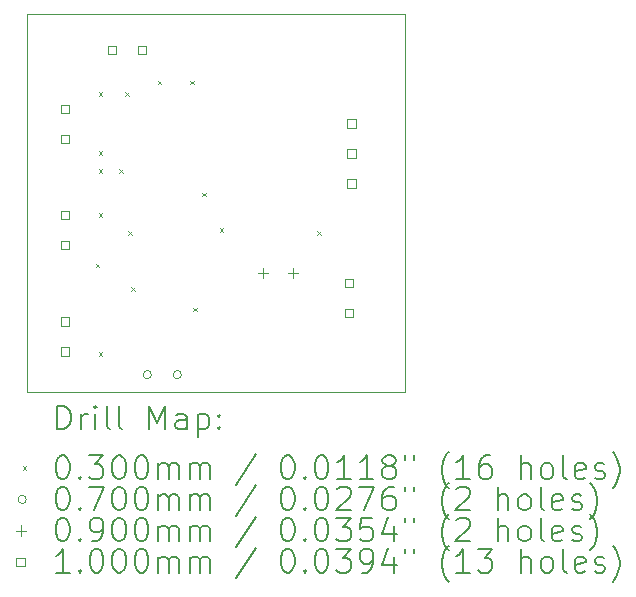
<source format=gbr>
%TF.GenerationSoftware,KiCad,Pcbnew,8.0.2-8.0.2-0~ubuntu22.04.1*%
%TF.CreationDate,2024-05-29T00:58:49-04:00*%
%TF.ProjectId,candel24h_v1,63616e64-656c-4323-9468-5f76312e6b69,rev?*%
%TF.SameCoordinates,Original*%
%TF.FileFunction,Drillmap*%
%TF.FilePolarity,Positive*%
%FSLAX45Y45*%
G04 Gerber Fmt 4.5, Leading zero omitted, Abs format (unit mm)*
G04 Created by KiCad (PCBNEW 8.0.2-8.0.2-0~ubuntu22.04.1) date 2024-05-29 00:58:49*
%MOMM*%
%LPD*%
G01*
G04 APERTURE LIST*
%ADD10C,0.050000*%
%ADD11C,0.200000*%
%ADD12C,0.100000*%
G04 APERTURE END LIST*
D10*
X12225000Y-5200000D02*
X15425000Y-5200000D01*
X15425000Y-8400000D01*
X12225000Y-8400000D01*
X12225000Y-5200000D01*
D11*
D12*
X12810000Y-7310000D02*
X12840000Y-7340000D01*
X12840000Y-7310000D02*
X12810000Y-7340000D01*
X12835000Y-5860000D02*
X12865000Y-5890000D01*
X12865000Y-5860000D02*
X12835000Y-5890000D01*
X12835000Y-6360000D02*
X12865000Y-6390000D01*
X12865000Y-6360000D02*
X12835000Y-6390000D01*
X12835000Y-6510000D02*
X12865000Y-6540000D01*
X12865000Y-6510000D02*
X12835000Y-6540000D01*
X12835000Y-6885000D02*
X12865000Y-6915000D01*
X12865000Y-6885000D02*
X12835000Y-6915000D01*
X12835000Y-8060000D02*
X12865000Y-8090000D01*
X12865000Y-8060000D02*
X12835000Y-8090000D01*
X13010000Y-6510000D02*
X13040000Y-6540000D01*
X13040000Y-6510000D02*
X13010000Y-6540000D01*
X13060000Y-5860000D02*
X13090000Y-5890000D01*
X13090000Y-5860000D02*
X13060000Y-5890000D01*
X13085000Y-7035000D02*
X13115000Y-7065000D01*
X13115000Y-7035000D02*
X13085000Y-7065000D01*
X13110000Y-7510000D02*
X13140000Y-7540000D01*
X13140000Y-7510000D02*
X13110000Y-7540000D01*
X13335000Y-5760000D02*
X13365000Y-5790000D01*
X13365000Y-5760000D02*
X13335000Y-5790000D01*
X13610000Y-5760000D02*
X13640000Y-5790000D01*
X13640000Y-5760000D02*
X13610000Y-5790000D01*
X13635000Y-7685000D02*
X13665000Y-7715000D01*
X13665000Y-7685000D02*
X13635000Y-7715000D01*
X13710000Y-6710000D02*
X13740000Y-6740000D01*
X13740000Y-6710000D02*
X13710000Y-6740000D01*
X13860000Y-7010000D02*
X13890000Y-7040000D01*
X13890000Y-7010000D02*
X13860000Y-7040000D01*
X14685000Y-7035000D02*
X14715000Y-7065000D01*
X14715000Y-7035000D02*
X14685000Y-7065000D01*
X13281000Y-8250000D02*
G75*
G02*
X13211000Y-8250000I-35000J0D01*
G01*
X13211000Y-8250000D02*
G75*
G02*
X13281000Y-8250000I35000J0D01*
G01*
X13535000Y-8250000D02*
G75*
G02*
X13465000Y-8250000I-35000J0D01*
G01*
X13465000Y-8250000D02*
G75*
G02*
X13535000Y-8250000I35000J0D01*
G01*
X14225000Y-7345000D02*
X14225000Y-7435000D01*
X14180000Y-7390000D02*
X14270000Y-7390000D01*
X14479000Y-7345000D02*
X14479000Y-7435000D01*
X14434000Y-7390000D02*
X14524000Y-7390000D01*
X12585356Y-6035356D02*
X12585356Y-5964644D01*
X12514644Y-5964644D01*
X12514644Y-6035356D01*
X12585356Y-6035356D01*
X12585356Y-6289356D02*
X12585356Y-6218644D01*
X12514644Y-6218644D01*
X12514644Y-6289356D01*
X12585356Y-6289356D01*
X12585356Y-6935356D02*
X12585356Y-6864644D01*
X12514644Y-6864644D01*
X12514644Y-6935356D01*
X12585356Y-6935356D01*
X12585356Y-7189356D02*
X12585356Y-7118644D01*
X12514644Y-7118644D01*
X12514644Y-7189356D01*
X12585356Y-7189356D01*
X12585356Y-7835356D02*
X12585356Y-7764644D01*
X12514644Y-7764644D01*
X12514644Y-7835356D01*
X12585356Y-7835356D01*
X12585356Y-8089356D02*
X12585356Y-8018644D01*
X12514644Y-8018644D01*
X12514644Y-8089356D01*
X12585356Y-8089356D01*
X12981356Y-5535356D02*
X12981356Y-5464644D01*
X12910644Y-5464644D01*
X12910644Y-5535356D01*
X12981356Y-5535356D01*
X13235356Y-5535356D02*
X13235356Y-5464644D01*
X13164644Y-5464644D01*
X13164644Y-5535356D01*
X13235356Y-5535356D01*
X14987856Y-7510356D02*
X14987856Y-7439644D01*
X14917144Y-7439644D01*
X14917144Y-7510356D01*
X14987856Y-7510356D01*
X14987856Y-7764356D02*
X14987856Y-7693644D01*
X14917144Y-7693644D01*
X14917144Y-7764356D01*
X14987856Y-7764356D01*
X15010356Y-6160356D02*
X15010356Y-6089644D01*
X14939644Y-6089644D01*
X14939644Y-6160356D01*
X15010356Y-6160356D01*
X15010356Y-6414356D02*
X15010356Y-6343644D01*
X14939644Y-6343644D01*
X14939644Y-6414356D01*
X15010356Y-6414356D01*
X15010356Y-6668356D02*
X15010356Y-6597644D01*
X14939644Y-6597644D01*
X14939644Y-6668356D01*
X15010356Y-6668356D01*
D11*
X12483277Y-8713984D02*
X12483277Y-8513984D01*
X12483277Y-8513984D02*
X12530896Y-8513984D01*
X12530896Y-8513984D02*
X12559467Y-8523508D01*
X12559467Y-8523508D02*
X12578515Y-8542555D01*
X12578515Y-8542555D02*
X12588039Y-8561603D01*
X12588039Y-8561603D02*
X12597562Y-8599698D01*
X12597562Y-8599698D02*
X12597562Y-8628270D01*
X12597562Y-8628270D02*
X12588039Y-8666365D01*
X12588039Y-8666365D02*
X12578515Y-8685412D01*
X12578515Y-8685412D02*
X12559467Y-8704460D01*
X12559467Y-8704460D02*
X12530896Y-8713984D01*
X12530896Y-8713984D02*
X12483277Y-8713984D01*
X12683277Y-8713984D02*
X12683277Y-8580650D01*
X12683277Y-8618746D02*
X12692801Y-8599698D01*
X12692801Y-8599698D02*
X12702324Y-8590174D01*
X12702324Y-8590174D02*
X12721372Y-8580650D01*
X12721372Y-8580650D02*
X12740420Y-8580650D01*
X12807086Y-8713984D02*
X12807086Y-8580650D01*
X12807086Y-8513984D02*
X12797562Y-8523508D01*
X12797562Y-8523508D02*
X12807086Y-8533031D01*
X12807086Y-8533031D02*
X12816610Y-8523508D01*
X12816610Y-8523508D02*
X12807086Y-8513984D01*
X12807086Y-8513984D02*
X12807086Y-8533031D01*
X12930896Y-8713984D02*
X12911848Y-8704460D01*
X12911848Y-8704460D02*
X12902324Y-8685412D01*
X12902324Y-8685412D02*
X12902324Y-8513984D01*
X13035658Y-8713984D02*
X13016610Y-8704460D01*
X13016610Y-8704460D02*
X13007086Y-8685412D01*
X13007086Y-8685412D02*
X13007086Y-8513984D01*
X13264229Y-8713984D02*
X13264229Y-8513984D01*
X13264229Y-8513984D02*
X13330896Y-8656841D01*
X13330896Y-8656841D02*
X13397562Y-8513984D01*
X13397562Y-8513984D02*
X13397562Y-8713984D01*
X13578515Y-8713984D02*
X13578515Y-8609222D01*
X13578515Y-8609222D02*
X13568991Y-8590174D01*
X13568991Y-8590174D02*
X13549943Y-8580650D01*
X13549943Y-8580650D02*
X13511848Y-8580650D01*
X13511848Y-8580650D02*
X13492801Y-8590174D01*
X13578515Y-8704460D02*
X13559467Y-8713984D01*
X13559467Y-8713984D02*
X13511848Y-8713984D01*
X13511848Y-8713984D02*
X13492801Y-8704460D01*
X13492801Y-8704460D02*
X13483277Y-8685412D01*
X13483277Y-8685412D02*
X13483277Y-8666365D01*
X13483277Y-8666365D02*
X13492801Y-8647317D01*
X13492801Y-8647317D02*
X13511848Y-8637793D01*
X13511848Y-8637793D02*
X13559467Y-8637793D01*
X13559467Y-8637793D02*
X13578515Y-8628270D01*
X13673753Y-8580650D02*
X13673753Y-8780650D01*
X13673753Y-8590174D02*
X13692801Y-8580650D01*
X13692801Y-8580650D02*
X13730896Y-8580650D01*
X13730896Y-8580650D02*
X13749943Y-8590174D01*
X13749943Y-8590174D02*
X13759467Y-8599698D01*
X13759467Y-8599698D02*
X13768991Y-8618746D01*
X13768991Y-8618746D02*
X13768991Y-8675889D01*
X13768991Y-8675889D02*
X13759467Y-8694936D01*
X13759467Y-8694936D02*
X13749943Y-8704460D01*
X13749943Y-8704460D02*
X13730896Y-8713984D01*
X13730896Y-8713984D02*
X13692801Y-8713984D01*
X13692801Y-8713984D02*
X13673753Y-8704460D01*
X13854705Y-8694936D02*
X13864229Y-8704460D01*
X13864229Y-8704460D02*
X13854705Y-8713984D01*
X13854705Y-8713984D02*
X13845182Y-8704460D01*
X13845182Y-8704460D02*
X13854705Y-8694936D01*
X13854705Y-8694936D02*
X13854705Y-8713984D01*
X13854705Y-8590174D02*
X13864229Y-8599698D01*
X13864229Y-8599698D02*
X13854705Y-8609222D01*
X13854705Y-8609222D02*
X13845182Y-8599698D01*
X13845182Y-8599698D02*
X13854705Y-8590174D01*
X13854705Y-8590174D02*
X13854705Y-8609222D01*
D12*
X12192500Y-9027500D02*
X12222500Y-9057500D01*
X12222500Y-9027500D02*
X12192500Y-9057500D01*
D11*
X12521372Y-8933984D02*
X12540420Y-8933984D01*
X12540420Y-8933984D02*
X12559467Y-8943508D01*
X12559467Y-8943508D02*
X12568991Y-8953031D01*
X12568991Y-8953031D02*
X12578515Y-8972079D01*
X12578515Y-8972079D02*
X12588039Y-9010174D01*
X12588039Y-9010174D02*
X12588039Y-9057793D01*
X12588039Y-9057793D02*
X12578515Y-9095889D01*
X12578515Y-9095889D02*
X12568991Y-9114936D01*
X12568991Y-9114936D02*
X12559467Y-9124460D01*
X12559467Y-9124460D02*
X12540420Y-9133984D01*
X12540420Y-9133984D02*
X12521372Y-9133984D01*
X12521372Y-9133984D02*
X12502324Y-9124460D01*
X12502324Y-9124460D02*
X12492801Y-9114936D01*
X12492801Y-9114936D02*
X12483277Y-9095889D01*
X12483277Y-9095889D02*
X12473753Y-9057793D01*
X12473753Y-9057793D02*
X12473753Y-9010174D01*
X12473753Y-9010174D02*
X12483277Y-8972079D01*
X12483277Y-8972079D02*
X12492801Y-8953031D01*
X12492801Y-8953031D02*
X12502324Y-8943508D01*
X12502324Y-8943508D02*
X12521372Y-8933984D01*
X12673753Y-9114936D02*
X12683277Y-9124460D01*
X12683277Y-9124460D02*
X12673753Y-9133984D01*
X12673753Y-9133984D02*
X12664229Y-9124460D01*
X12664229Y-9124460D02*
X12673753Y-9114936D01*
X12673753Y-9114936D02*
X12673753Y-9133984D01*
X12749943Y-8933984D02*
X12873753Y-8933984D01*
X12873753Y-8933984D02*
X12807086Y-9010174D01*
X12807086Y-9010174D02*
X12835658Y-9010174D01*
X12835658Y-9010174D02*
X12854705Y-9019698D01*
X12854705Y-9019698D02*
X12864229Y-9029222D01*
X12864229Y-9029222D02*
X12873753Y-9048270D01*
X12873753Y-9048270D02*
X12873753Y-9095889D01*
X12873753Y-9095889D02*
X12864229Y-9114936D01*
X12864229Y-9114936D02*
X12854705Y-9124460D01*
X12854705Y-9124460D02*
X12835658Y-9133984D01*
X12835658Y-9133984D02*
X12778515Y-9133984D01*
X12778515Y-9133984D02*
X12759467Y-9124460D01*
X12759467Y-9124460D02*
X12749943Y-9114936D01*
X12997562Y-8933984D02*
X13016610Y-8933984D01*
X13016610Y-8933984D02*
X13035658Y-8943508D01*
X13035658Y-8943508D02*
X13045182Y-8953031D01*
X13045182Y-8953031D02*
X13054705Y-8972079D01*
X13054705Y-8972079D02*
X13064229Y-9010174D01*
X13064229Y-9010174D02*
X13064229Y-9057793D01*
X13064229Y-9057793D02*
X13054705Y-9095889D01*
X13054705Y-9095889D02*
X13045182Y-9114936D01*
X13045182Y-9114936D02*
X13035658Y-9124460D01*
X13035658Y-9124460D02*
X13016610Y-9133984D01*
X13016610Y-9133984D02*
X12997562Y-9133984D01*
X12997562Y-9133984D02*
X12978515Y-9124460D01*
X12978515Y-9124460D02*
X12968991Y-9114936D01*
X12968991Y-9114936D02*
X12959467Y-9095889D01*
X12959467Y-9095889D02*
X12949943Y-9057793D01*
X12949943Y-9057793D02*
X12949943Y-9010174D01*
X12949943Y-9010174D02*
X12959467Y-8972079D01*
X12959467Y-8972079D02*
X12968991Y-8953031D01*
X12968991Y-8953031D02*
X12978515Y-8943508D01*
X12978515Y-8943508D02*
X12997562Y-8933984D01*
X13188039Y-8933984D02*
X13207086Y-8933984D01*
X13207086Y-8933984D02*
X13226134Y-8943508D01*
X13226134Y-8943508D02*
X13235658Y-8953031D01*
X13235658Y-8953031D02*
X13245182Y-8972079D01*
X13245182Y-8972079D02*
X13254705Y-9010174D01*
X13254705Y-9010174D02*
X13254705Y-9057793D01*
X13254705Y-9057793D02*
X13245182Y-9095889D01*
X13245182Y-9095889D02*
X13235658Y-9114936D01*
X13235658Y-9114936D02*
X13226134Y-9124460D01*
X13226134Y-9124460D02*
X13207086Y-9133984D01*
X13207086Y-9133984D02*
X13188039Y-9133984D01*
X13188039Y-9133984D02*
X13168991Y-9124460D01*
X13168991Y-9124460D02*
X13159467Y-9114936D01*
X13159467Y-9114936D02*
X13149943Y-9095889D01*
X13149943Y-9095889D02*
X13140420Y-9057793D01*
X13140420Y-9057793D02*
X13140420Y-9010174D01*
X13140420Y-9010174D02*
X13149943Y-8972079D01*
X13149943Y-8972079D02*
X13159467Y-8953031D01*
X13159467Y-8953031D02*
X13168991Y-8943508D01*
X13168991Y-8943508D02*
X13188039Y-8933984D01*
X13340420Y-9133984D02*
X13340420Y-9000650D01*
X13340420Y-9019698D02*
X13349943Y-9010174D01*
X13349943Y-9010174D02*
X13368991Y-9000650D01*
X13368991Y-9000650D02*
X13397563Y-9000650D01*
X13397563Y-9000650D02*
X13416610Y-9010174D01*
X13416610Y-9010174D02*
X13426134Y-9029222D01*
X13426134Y-9029222D02*
X13426134Y-9133984D01*
X13426134Y-9029222D02*
X13435658Y-9010174D01*
X13435658Y-9010174D02*
X13454705Y-9000650D01*
X13454705Y-9000650D02*
X13483277Y-9000650D01*
X13483277Y-9000650D02*
X13502324Y-9010174D01*
X13502324Y-9010174D02*
X13511848Y-9029222D01*
X13511848Y-9029222D02*
X13511848Y-9133984D01*
X13607086Y-9133984D02*
X13607086Y-9000650D01*
X13607086Y-9019698D02*
X13616610Y-9010174D01*
X13616610Y-9010174D02*
X13635658Y-9000650D01*
X13635658Y-9000650D02*
X13664229Y-9000650D01*
X13664229Y-9000650D02*
X13683277Y-9010174D01*
X13683277Y-9010174D02*
X13692801Y-9029222D01*
X13692801Y-9029222D02*
X13692801Y-9133984D01*
X13692801Y-9029222D02*
X13702324Y-9010174D01*
X13702324Y-9010174D02*
X13721372Y-9000650D01*
X13721372Y-9000650D02*
X13749943Y-9000650D01*
X13749943Y-9000650D02*
X13768991Y-9010174D01*
X13768991Y-9010174D02*
X13778515Y-9029222D01*
X13778515Y-9029222D02*
X13778515Y-9133984D01*
X14168991Y-8924460D02*
X13997563Y-9181603D01*
X14426134Y-8933984D02*
X14445182Y-8933984D01*
X14445182Y-8933984D02*
X14464229Y-8943508D01*
X14464229Y-8943508D02*
X14473753Y-8953031D01*
X14473753Y-8953031D02*
X14483277Y-8972079D01*
X14483277Y-8972079D02*
X14492801Y-9010174D01*
X14492801Y-9010174D02*
X14492801Y-9057793D01*
X14492801Y-9057793D02*
X14483277Y-9095889D01*
X14483277Y-9095889D02*
X14473753Y-9114936D01*
X14473753Y-9114936D02*
X14464229Y-9124460D01*
X14464229Y-9124460D02*
X14445182Y-9133984D01*
X14445182Y-9133984D02*
X14426134Y-9133984D01*
X14426134Y-9133984D02*
X14407086Y-9124460D01*
X14407086Y-9124460D02*
X14397563Y-9114936D01*
X14397563Y-9114936D02*
X14388039Y-9095889D01*
X14388039Y-9095889D02*
X14378515Y-9057793D01*
X14378515Y-9057793D02*
X14378515Y-9010174D01*
X14378515Y-9010174D02*
X14388039Y-8972079D01*
X14388039Y-8972079D02*
X14397563Y-8953031D01*
X14397563Y-8953031D02*
X14407086Y-8943508D01*
X14407086Y-8943508D02*
X14426134Y-8933984D01*
X14578515Y-9114936D02*
X14588039Y-9124460D01*
X14588039Y-9124460D02*
X14578515Y-9133984D01*
X14578515Y-9133984D02*
X14568991Y-9124460D01*
X14568991Y-9124460D02*
X14578515Y-9114936D01*
X14578515Y-9114936D02*
X14578515Y-9133984D01*
X14711848Y-8933984D02*
X14730896Y-8933984D01*
X14730896Y-8933984D02*
X14749944Y-8943508D01*
X14749944Y-8943508D02*
X14759467Y-8953031D01*
X14759467Y-8953031D02*
X14768991Y-8972079D01*
X14768991Y-8972079D02*
X14778515Y-9010174D01*
X14778515Y-9010174D02*
X14778515Y-9057793D01*
X14778515Y-9057793D02*
X14768991Y-9095889D01*
X14768991Y-9095889D02*
X14759467Y-9114936D01*
X14759467Y-9114936D02*
X14749944Y-9124460D01*
X14749944Y-9124460D02*
X14730896Y-9133984D01*
X14730896Y-9133984D02*
X14711848Y-9133984D01*
X14711848Y-9133984D02*
X14692801Y-9124460D01*
X14692801Y-9124460D02*
X14683277Y-9114936D01*
X14683277Y-9114936D02*
X14673753Y-9095889D01*
X14673753Y-9095889D02*
X14664229Y-9057793D01*
X14664229Y-9057793D02*
X14664229Y-9010174D01*
X14664229Y-9010174D02*
X14673753Y-8972079D01*
X14673753Y-8972079D02*
X14683277Y-8953031D01*
X14683277Y-8953031D02*
X14692801Y-8943508D01*
X14692801Y-8943508D02*
X14711848Y-8933984D01*
X14968991Y-9133984D02*
X14854706Y-9133984D01*
X14911848Y-9133984D02*
X14911848Y-8933984D01*
X14911848Y-8933984D02*
X14892801Y-8962555D01*
X14892801Y-8962555D02*
X14873753Y-8981603D01*
X14873753Y-8981603D02*
X14854706Y-8991127D01*
X15159467Y-9133984D02*
X15045182Y-9133984D01*
X15102325Y-9133984D02*
X15102325Y-8933984D01*
X15102325Y-8933984D02*
X15083277Y-8962555D01*
X15083277Y-8962555D02*
X15064229Y-8981603D01*
X15064229Y-8981603D02*
X15045182Y-8991127D01*
X15273753Y-9019698D02*
X15254706Y-9010174D01*
X15254706Y-9010174D02*
X15245182Y-9000650D01*
X15245182Y-9000650D02*
X15235658Y-8981603D01*
X15235658Y-8981603D02*
X15235658Y-8972079D01*
X15235658Y-8972079D02*
X15245182Y-8953031D01*
X15245182Y-8953031D02*
X15254706Y-8943508D01*
X15254706Y-8943508D02*
X15273753Y-8933984D01*
X15273753Y-8933984D02*
X15311848Y-8933984D01*
X15311848Y-8933984D02*
X15330896Y-8943508D01*
X15330896Y-8943508D02*
X15340420Y-8953031D01*
X15340420Y-8953031D02*
X15349944Y-8972079D01*
X15349944Y-8972079D02*
X15349944Y-8981603D01*
X15349944Y-8981603D02*
X15340420Y-9000650D01*
X15340420Y-9000650D02*
X15330896Y-9010174D01*
X15330896Y-9010174D02*
X15311848Y-9019698D01*
X15311848Y-9019698D02*
X15273753Y-9019698D01*
X15273753Y-9019698D02*
X15254706Y-9029222D01*
X15254706Y-9029222D02*
X15245182Y-9038746D01*
X15245182Y-9038746D02*
X15235658Y-9057793D01*
X15235658Y-9057793D02*
X15235658Y-9095889D01*
X15235658Y-9095889D02*
X15245182Y-9114936D01*
X15245182Y-9114936D02*
X15254706Y-9124460D01*
X15254706Y-9124460D02*
X15273753Y-9133984D01*
X15273753Y-9133984D02*
X15311848Y-9133984D01*
X15311848Y-9133984D02*
X15330896Y-9124460D01*
X15330896Y-9124460D02*
X15340420Y-9114936D01*
X15340420Y-9114936D02*
X15349944Y-9095889D01*
X15349944Y-9095889D02*
X15349944Y-9057793D01*
X15349944Y-9057793D02*
X15340420Y-9038746D01*
X15340420Y-9038746D02*
X15330896Y-9029222D01*
X15330896Y-9029222D02*
X15311848Y-9019698D01*
X15426134Y-8933984D02*
X15426134Y-8972079D01*
X15502325Y-8933984D02*
X15502325Y-8972079D01*
X15797563Y-9210174D02*
X15788039Y-9200650D01*
X15788039Y-9200650D02*
X15768991Y-9172079D01*
X15768991Y-9172079D02*
X15759468Y-9153031D01*
X15759468Y-9153031D02*
X15749944Y-9124460D01*
X15749944Y-9124460D02*
X15740420Y-9076841D01*
X15740420Y-9076841D02*
X15740420Y-9038746D01*
X15740420Y-9038746D02*
X15749944Y-8991127D01*
X15749944Y-8991127D02*
X15759468Y-8962555D01*
X15759468Y-8962555D02*
X15768991Y-8943508D01*
X15768991Y-8943508D02*
X15788039Y-8914936D01*
X15788039Y-8914936D02*
X15797563Y-8905412D01*
X15978515Y-9133984D02*
X15864229Y-9133984D01*
X15921372Y-9133984D02*
X15921372Y-8933984D01*
X15921372Y-8933984D02*
X15902325Y-8962555D01*
X15902325Y-8962555D02*
X15883277Y-8981603D01*
X15883277Y-8981603D02*
X15864229Y-8991127D01*
X16149944Y-8933984D02*
X16111848Y-8933984D01*
X16111848Y-8933984D02*
X16092801Y-8943508D01*
X16092801Y-8943508D02*
X16083277Y-8953031D01*
X16083277Y-8953031D02*
X16064229Y-8981603D01*
X16064229Y-8981603D02*
X16054706Y-9019698D01*
X16054706Y-9019698D02*
X16054706Y-9095889D01*
X16054706Y-9095889D02*
X16064229Y-9114936D01*
X16064229Y-9114936D02*
X16073753Y-9124460D01*
X16073753Y-9124460D02*
X16092801Y-9133984D01*
X16092801Y-9133984D02*
X16130896Y-9133984D01*
X16130896Y-9133984D02*
X16149944Y-9124460D01*
X16149944Y-9124460D02*
X16159468Y-9114936D01*
X16159468Y-9114936D02*
X16168991Y-9095889D01*
X16168991Y-9095889D02*
X16168991Y-9048270D01*
X16168991Y-9048270D02*
X16159468Y-9029222D01*
X16159468Y-9029222D02*
X16149944Y-9019698D01*
X16149944Y-9019698D02*
X16130896Y-9010174D01*
X16130896Y-9010174D02*
X16092801Y-9010174D01*
X16092801Y-9010174D02*
X16073753Y-9019698D01*
X16073753Y-9019698D02*
X16064229Y-9029222D01*
X16064229Y-9029222D02*
X16054706Y-9048270D01*
X16407087Y-9133984D02*
X16407087Y-8933984D01*
X16492801Y-9133984D02*
X16492801Y-9029222D01*
X16492801Y-9029222D02*
X16483277Y-9010174D01*
X16483277Y-9010174D02*
X16464230Y-9000650D01*
X16464230Y-9000650D02*
X16435658Y-9000650D01*
X16435658Y-9000650D02*
X16416610Y-9010174D01*
X16416610Y-9010174D02*
X16407087Y-9019698D01*
X16616610Y-9133984D02*
X16597563Y-9124460D01*
X16597563Y-9124460D02*
X16588039Y-9114936D01*
X16588039Y-9114936D02*
X16578515Y-9095889D01*
X16578515Y-9095889D02*
X16578515Y-9038746D01*
X16578515Y-9038746D02*
X16588039Y-9019698D01*
X16588039Y-9019698D02*
X16597563Y-9010174D01*
X16597563Y-9010174D02*
X16616610Y-9000650D01*
X16616610Y-9000650D02*
X16645182Y-9000650D01*
X16645182Y-9000650D02*
X16664230Y-9010174D01*
X16664230Y-9010174D02*
X16673753Y-9019698D01*
X16673753Y-9019698D02*
X16683277Y-9038746D01*
X16683277Y-9038746D02*
X16683277Y-9095889D01*
X16683277Y-9095889D02*
X16673753Y-9114936D01*
X16673753Y-9114936D02*
X16664230Y-9124460D01*
X16664230Y-9124460D02*
X16645182Y-9133984D01*
X16645182Y-9133984D02*
X16616610Y-9133984D01*
X16797563Y-9133984D02*
X16778515Y-9124460D01*
X16778515Y-9124460D02*
X16768991Y-9105412D01*
X16768991Y-9105412D02*
X16768991Y-8933984D01*
X16949944Y-9124460D02*
X16930896Y-9133984D01*
X16930896Y-9133984D02*
X16892801Y-9133984D01*
X16892801Y-9133984D02*
X16873753Y-9124460D01*
X16873753Y-9124460D02*
X16864230Y-9105412D01*
X16864230Y-9105412D02*
X16864230Y-9029222D01*
X16864230Y-9029222D02*
X16873753Y-9010174D01*
X16873753Y-9010174D02*
X16892801Y-9000650D01*
X16892801Y-9000650D02*
X16930896Y-9000650D01*
X16930896Y-9000650D02*
X16949944Y-9010174D01*
X16949944Y-9010174D02*
X16959468Y-9029222D01*
X16959468Y-9029222D02*
X16959468Y-9048270D01*
X16959468Y-9048270D02*
X16864230Y-9067317D01*
X17035658Y-9124460D02*
X17054706Y-9133984D01*
X17054706Y-9133984D02*
X17092801Y-9133984D01*
X17092801Y-9133984D02*
X17111849Y-9124460D01*
X17111849Y-9124460D02*
X17121373Y-9105412D01*
X17121373Y-9105412D02*
X17121373Y-9095889D01*
X17121373Y-9095889D02*
X17111849Y-9076841D01*
X17111849Y-9076841D02*
X17092801Y-9067317D01*
X17092801Y-9067317D02*
X17064230Y-9067317D01*
X17064230Y-9067317D02*
X17045182Y-9057793D01*
X17045182Y-9057793D02*
X17035658Y-9038746D01*
X17035658Y-9038746D02*
X17035658Y-9029222D01*
X17035658Y-9029222D02*
X17045182Y-9010174D01*
X17045182Y-9010174D02*
X17064230Y-9000650D01*
X17064230Y-9000650D02*
X17092801Y-9000650D01*
X17092801Y-9000650D02*
X17111849Y-9010174D01*
X17188039Y-9210174D02*
X17197563Y-9200650D01*
X17197563Y-9200650D02*
X17216611Y-9172079D01*
X17216611Y-9172079D02*
X17226134Y-9153031D01*
X17226134Y-9153031D02*
X17235658Y-9124460D01*
X17235658Y-9124460D02*
X17245182Y-9076841D01*
X17245182Y-9076841D02*
X17245182Y-9038746D01*
X17245182Y-9038746D02*
X17235658Y-8991127D01*
X17235658Y-8991127D02*
X17226134Y-8962555D01*
X17226134Y-8962555D02*
X17216611Y-8943508D01*
X17216611Y-8943508D02*
X17197563Y-8914936D01*
X17197563Y-8914936D02*
X17188039Y-8905412D01*
D12*
X12222500Y-9306500D02*
G75*
G02*
X12152500Y-9306500I-35000J0D01*
G01*
X12152500Y-9306500D02*
G75*
G02*
X12222500Y-9306500I35000J0D01*
G01*
D11*
X12521372Y-9197984D02*
X12540420Y-9197984D01*
X12540420Y-9197984D02*
X12559467Y-9207508D01*
X12559467Y-9207508D02*
X12568991Y-9217031D01*
X12568991Y-9217031D02*
X12578515Y-9236079D01*
X12578515Y-9236079D02*
X12588039Y-9274174D01*
X12588039Y-9274174D02*
X12588039Y-9321793D01*
X12588039Y-9321793D02*
X12578515Y-9359889D01*
X12578515Y-9359889D02*
X12568991Y-9378936D01*
X12568991Y-9378936D02*
X12559467Y-9388460D01*
X12559467Y-9388460D02*
X12540420Y-9397984D01*
X12540420Y-9397984D02*
X12521372Y-9397984D01*
X12521372Y-9397984D02*
X12502324Y-9388460D01*
X12502324Y-9388460D02*
X12492801Y-9378936D01*
X12492801Y-9378936D02*
X12483277Y-9359889D01*
X12483277Y-9359889D02*
X12473753Y-9321793D01*
X12473753Y-9321793D02*
X12473753Y-9274174D01*
X12473753Y-9274174D02*
X12483277Y-9236079D01*
X12483277Y-9236079D02*
X12492801Y-9217031D01*
X12492801Y-9217031D02*
X12502324Y-9207508D01*
X12502324Y-9207508D02*
X12521372Y-9197984D01*
X12673753Y-9378936D02*
X12683277Y-9388460D01*
X12683277Y-9388460D02*
X12673753Y-9397984D01*
X12673753Y-9397984D02*
X12664229Y-9388460D01*
X12664229Y-9388460D02*
X12673753Y-9378936D01*
X12673753Y-9378936D02*
X12673753Y-9397984D01*
X12749943Y-9197984D02*
X12883277Y-9197984D01*
X12883277Y-9197984D02*
X12797562Y-9397984D01*
X12997562Y-9197984D02*
X13016610Y-9197984D01*
X13016610Y-9197984D02*
X13035658Y-9207508D01*
X13035658Y-9207508D02*
X13045182Y-9217031D01*
X13045182Y-9217031D02*
X13054705Y-9236079D01*
X13054705Y-9236079D02*
X13064229Y-9274174D01*
X13064229Y-9274174D02*
X13064229Y-9321793D01*
X13064229Y-9321793D02*
X13054705Y-9359889D01*
X13054705Y-9359889D02*
X13045182Y-9378936D01*
X13045182Y-9378936D02*
X13035658Y-9388460D01*
X13035658Y-9388460D02*
X13016610Y-9397984D01*
X13016610Y-9397984D02*
X12997562Y-9397984D01*
X12997562Y-9397984D02*
X12978515Y-9388460D01*
X12978515Y-9388460D02*
X12968991Y-9378936D01*
X12968991Y-9378936D02*
X12959467Y-9359889D01*
X12959467Y-9359889D02*
X12949943Y-9321793D01*
X12949943Y-9321793D02*
X12949943Y-9274174D01*
X12949943Y-9274174D02*
X12959467Y-9236079D01*
X12959467Y-9236079D02*
X12968991Y-9217031D01*
X12968991Y-9217031D02*
X12978515Y-9207508D01*
X12978515Y-9207508D02*
X12997562Y-9197984D01*
X13188039Y-9197984D02*
X13207086Y-9197984D01*
X13207086Y-9197984D02*
X13226134Y-9207508D01*
X13226134Y-9207508D02*
X13235658Y-9217031D01*
X13235658Y-9217031D02*
X13245182Y-9236079D01*
X13245182Y-9236079D02*
X13254705Y-9274174D01*
X13254705Y-9274174D02*
X13254705Y-9321793D01*
X13254705Y-9321793D02*
X13245182Y-9359889D01*
X13245182Y-9359889D02*
X13235658Y-9378936D01*
X13235658Y-9378936D02*
X13226134Y-9388460D01*
X13226134Y-9388460D02*
X13207086Y-9397984D01*
X13207086Y-9397984D02*
X13188039Y-9397984D01*
X13188039Y-9397984D02*
X13168991Y-9388460D01*
X13168991Y-9388460D02*
X13159467Y-9378936D01*
X13159467Y-9378936D02*
X13149943Y-9359889D01*
X13149943Y-9359889D02*
X13140420Y-9321793D01*
X13140420Y-9321793D02*
X13140420Y-9274174D01*
X13140420Y-9274174D02*
X13149943Y-9236079D01*
X13149943Y-9236079D02*
X13159467Y-9217031D01*
X13159467Y-9217031D02*
X13168991Y-9207508D01*
X13168991Y-9207508D02*
X13188039Y-9197984D01*
X13340420Y-9397984D02*
X13340420Y-9264650D01*
X13340420Y-9283698D02*
X13349943Y-9274174D01*
X13349943Y-9274174D02*
X13368991Y-9264650D01*
X13368991Y-9264650D02*
X13397563Y-9264650D01*
X13397563Y-9264650D02*
X13416610Y-9274174D01*
X13416610Y-9274174D02*
X13426134Y-9293222D01*
X13426134Y-9293222D02*
X13426134Y-9397984D01*
X13426134Y-9293222D02*
X13435658Y-9274174D01*
X13435658Y-9274174D02*
X13454705Y-9264650D01*
X13454705Y-9264650D02*
X13483277Y-9264650D01*
X13483277Y-9264650D02*
X13502324Y-9274174D01*
X13502324Y-9274174D02*
X13511848Y-9293222D01*
X13511848Y-9293222D02*
X13511848Y-9397984D01*
X13607086Y-9397984D02*
X13607086Y-9264650D01*
X13607086Y-9283698D02*
X13616610Y-9274174D01*
X13616610Y-9274174D02*
X13635658Y-9264650D01*
X13635658Y-9264650D02*
X13664229Y-9264650D01*
X13664229Y-9264650D02*
X13683277Y-9274174D01*
X13683277Y-9274174D02*
X13692801Y-9293222D01*
X13692801Y-9293222D02*
X13692801Y-9397984D01*
X13692801Y-9293222D02*
X13702324Y-9274174D01*
X13702324Y-9274174D02*
X13721372Y-9264650D01*
X13721372Y-9264650D02*
X13749943Y-9264650D01*
X13749943Y-9264650D02*
X13768991Y-9274174D01*
X13768991Y-9274174D02*
X13778515Y-9293222D01*
X13778515Y-9293222D02*
X13778515Y-9397984D01*
X14168991Y-9188460D02*
X13997563Y-9445603D01*
X14426134Y-9197984D02*
X14445182Y-9197984D01*
X14445182Y-9197984D02*
X14464229Y-9207508D01*
X14464229Y-9207508D02*
X14473753Y-9217031D01*
X14473753Y-9217031D02*
X14483277Y-9236079D01*
X14483277Y-9236079D02*
X14492801Y-9274174D01*
X14492801Y-9274174D02*
X14492801Y-9321793D01*
X14492801Y-9321793D02*
X14483277Y-9359889D01*
X14483277Y-9359889D02*
X14473753Y-9378936D01*
X14473753Y-9378936D02*
X14464229Y-9388460D01*
X14464229Y-9388460D02*
X14445182Y-9397984D01*
X14445182Y-9397984D02*
X14426134Y-9397984D01*
X14426134Y-9397984D02*
X14407086Y-9388460D01*
X14407086Y-9388460D02*
X14397563Y-9378936D01*
X14397563Y-9378936D02*
X14388039Y-9359889D01*
X14388039Y-9359889D02*
X14378515Y-9321793D01*
X14378515Y-9321793D02*
X14378515Y-9274174D01*
X14378515Y-9274174D02*
X14388039Y-9236079D01*
X14388039Y-9236079D02*
X14397563Y-9217031D01*
X14397563Y-9217031D02*
X14407086Y-9207508D01*
X14407086Y-9207508D02*
X14426134Y-9197984D01*
X14578515Y-9378936D02*
X14588039Y-9388460D01*
X14588039Y-9388460D02*
X14578515Y-9397984D01*
X14578515Y-9397984D02*
X14568991Y-9388460D01*
X14568991Y-9388460D02*
X14578515Y-9378936D01*
X14578515Y-9378936D02*
X14578515Y-9397984D01*
X14711848Y-9197984D02*
X14730896Y-9197984D01*
X14730896Y-9197984D02*
X14749944Y-9207508D01*
X14749944Y-9207508D02*
X14759467Y-9217031D01*
X14759467Y-9217031D02*
X14768991Y-9236079D01*
X14768991Y-9236079D02*
X14778515Y-9274174D01*
X14778515Y-9274174D02*
X14778515Y-9321793D01*
X14778515Y-9321793D02*
X14768991Y-9359889D01*
X14768991Y-9359889D02*
X14759467Y-9378936D01*
X14759467Y-9378936D02*
X14749944Y-9388460D01*
X14749944Y-9388460D02*
X14730896Y-9397984D01*
X14730896Y-9397984D02*
X14711848Y-9397984D01*
X14711848Y-9397984D02*
X14692801Y-9388460D01*
X14692801Y-9388460D02*
X14683277Y-9378936D01*
X14683277Y-9378936D02*
X14673753Y-9359889D01*
X14673753Y-9359889D02*
X14664229Y-9321793D01*
X14664229Y-9321793D02*
X14664229Y-9274174D01*
X14664229Y-9274174D02*
X14673753Y-9236079D01*
X14673753Y-9236079D02*
X14683277Y-9217031D01*
X14683277Y-9217031D02*
X14692801Y-9207508D01*
X14692801Y-9207508D02*
X14711848Y-9197984D01*
X14854706Y-9217031D02*
X14864229Y-9207508D01*
X14864229Y-9207508D02*
X14883277Y-9197984D01*
X14883277Y-9197984D02*
X14930896Y-9197984D01*
X14930896Y-9197984D02*
X14949944Y-9207508D01*
X14949944Y-9207508D02*
X14959467Y-9217031D01*
X14959467Y-9217031D02*
X14968991Y-9236079D01*
X14968991Y-9236079D02*
X14968991Y-9255127D01*
X14968991Y-9255127D02*
X14959467Y-9283698D01*
X14959467Y-9283698D02*
X14845182Y-9397984D01*
X14845182Y-9397984D02*
X14968991Y-9397984D01*
X15035658Y-9197984D02*
X15168991Y-9197984D01*
X15168991Y-9197984D02*
X15083277Y-9397984D01*
X15330896Y-9197984D02*
X15292801Y-9197984D01*
X15292801Y-9197984D02*
X15273753Y-9207508D01*
X15273753Y-9207508D02*
X15264229Y-9217031D01*
X15264229Y-9217031D02*
X15245182Y-9245603D01*
X15245182Y-9245603D02*
X15235658Y-9283698D01*
X15235658Y-9283698D02*
X15235658Y-9359889D01*
X15235658Y-9359889D02*
X15245182Y-9378936D01*
X15245182Y-9378936D02*
X15254706Y-9388460D01*
X15254706Y-9388460D02*
X15273753Y-9397984D01*
X15273753Y-9397984D02*
X15311848Y-9397984D01*
X15311848Y-9397984D02*
X15330896Y-9388460D01*
X15330896Y-9388460D02*
X15340420Y-9378936D01*
X15340420Y-9378936D02*
X15349944Y-9359889D01*
X15349944Y-9359889D02*
X15349944Y-9312270D01*
X15349944Y-9312270D02*
X15340420Y-9293222D01*
X15340420Y-9293222D02*
X15330896Y-9283698D01*
X15330896Y-9283698D02*
X15311848Y-9274174D01*
X15311848Y-9274174D02*
X15273753Y-9274174D01*
X15273753Y-9274174D02*
X15254706Y-9283698D01*
X15254706Y-9283698D02*
X15245182Y-9293222D01*
X15245182Y-9293222D02*
X15235658Y-9312270D01*
X15426134Y-9197984D02*
X15426134Y-9236079D01*
X15502325Y-9197984D02*
X15502325Y-9236079D01*
X15797563Y-9474174D02*
X15788039Y-9464650D01*
X15788039Y-9464650D02*
X15768991Y-9436079D01*
X15768991Y-9436079D02*
X15759468Y-9417031D01*
X15759468Y-9417031D02*
X15749944Y-9388460D01*
X15749944Y-9388460D02*
X15740420Y-9340841D01*
X15740420Y-9340841D02*
X15740420Y-9302746D01*
X15740420Y-9302746D02*
X15749944Y-9255127D01*
X15749944Y-9255127D02*
X15759468Y-9226555D01*
X15759468Y-9226555D02*
X15768991Y-9207508D01*
X15768991Y-9207508D02*
X15788039Y-9178936D01*
X15788039Y-9178936D02*
X15797563Y-9169412D01*
X15864229Y-9217031D02*
X15873753Y-9207508D01*
X15873753Y-9207508D02*
X15892801Y-9197984D01*
X15892801Y-9197984D02*
X15940420Y-9197984D01*
X15940420Y-9197984D02*
X15959468Y-9207508D01*
X15959468Y-9207508D02*
X15968991Y-9217031D01*
X15968991Y-9217031D02*
X15978515Y-9236079D01*
X15978515Y-9236079D02*
X15978515Y-9255127D01*
X15978515Y-9255127D02*
X15968991Y-9283698D01*
X15968991Y-9283698D02*
X15854706Y-9397984D01*
X15854706Y-9397984D02*
X15978515Y-9397984D01*
X16216610Y-9397984D02*
X16216610Y-9197984D01*
X16302325Y-9397984D02*
X16302325Y-9293222D01*
X16302325Y-9293222D02*
X16292801Y-9274174D01*
X16292801Y-9274174D02*
X16273753Y-9264650D01*
X16273753Y-9264650D02*
X16245182Y-9264650D01*
X16245182Y-9264650D02*
X16226134Y-9274174D01*
X16226134Y-9274174D02*
X16216610Y-9283698D01*
X16426134Y-9397984D02*
X16407087Y-9388460D01*
X16407087Y-9388460D02*
X16397563Y-9378936D01*
X16397563Y-9378936D02*
X16388039Y-9359889D01*
X16388039Y-9359889D02*
X16388039Y-9302746D01*
X16388039Y-9302746D02*
X16397563Y-9283698D01*
X16397563Y-9283698D02*
X16407087Y-9274174D01*
X16407087Y-9274174D02*
X16426134Y-9264650D01*
X16426134Y-9264650D02*
X16454706Y-9264650D01*
X16454706Y-9264650D02*
X16473753Y-9274174D01*
X16473753Y-9274174D02*
X16483277Y-9283698D01*
X16483277Y-9283698D02*
X16492801Y-9302746D01*
X16492801Y-9302746D02*
X16492801Y-9359889D01*
X16492801Y-9359889D02*
X16483277Y-9378936D01*
X16483277Y-9378936D02*
X16473753Y-9388460D01*
X16473753Y-9388460D02*
X16454706Y-9397984D01*
X16454706Y-9397984D02*
X16426134Y-9397984D01*
X16607087Y-9397984D02*
X16588039Y-9388460D01*
X16588039Y-9388460D02*
X16578515Y-9369412D01*
X16578515Y-9369412D02*
X16578515Y-9197984D01*
X16759468Y-9388460D02*
X16740420Y-9397984D01*
X16740420Y-9397984D02*
X16702325Y-9397984D01*
X16702325Y-9397984D02*
X16683277Y-9388460D01*
X16683277Y-9388460D02*
X16673753Y-9369412D01*
X16673753Y-9369412D02*
X16673753Y-9293222D01*
X16673753Y-9293222D02*
X16683277Y-9274174D01*
X16683277Y-9274174D02*
X16702325Y-9264650D01*
X16702325Y-9264650D02*
X16740420Y-9264650D01*
X16740420Y-9264650D02*
X16759468Y-9274174D01*
X16759468Y-9274174D02*
X16768991Y-9293222D01*
X16768991Y-9293222D02*
X16768991Y-9312270D01*
X16768991Y-9312270D02*
X16673753Y-9331317D01*
X16845182Y-9388460D02*
X16864230Y-9397984D01*
X16864230Y-9397984D02*
X16902325Y-9397984D01*
X16902325Y-9397984D02*
X16921373Y-9388460D01*
X16921373Y-9388460D02*
X16930896Y-9369412D01*
X16930896Y-9369412D02*
X16930896Y-9359889D01*
X16930896Y-9359889D02*
X16921373Y-9340841D01*
X16921373Y-9340841D02*
X16902325Y-9331317D01*
X16902325Y-9331317D02*
X16873753Y-9331317D01*
X16873753Y-9331317D02*
X16854706Y-9321793D01*
X16854706Y-9321793D02*
X16845182Y-9302746D01*
X16845182Y-9302746D02*
X16845182Y-9293222D01*
X16845182Y-9293222D02*
X16854706Y-9274174D01*
X16854706Y-9274174D02*
X16873753Y-9264650D01*
X16873753Y-9264650D02*
X16902325Y-9264650D01*
X16902325Y-9264650D02*
X16921373Y-9274174D01*
X16997563Y-9474174D02*
X17007087Y-9464650D01*
X17007087Y-9464650D02*
X17026134Y-9436079D01*
X17026134Y-9436079D02*
X17035658Y-9417031D01*
X17035658Y-9417031D02*
X17045182Y-9388460D01*
X17045182Y-9388460D02*
X17054706Y-9340841D01*
X17054706Y-9340841D02*
X17054706Y-9302746D01*
X17054706Y-9302746D02*
X17045182Y-9255127D01*
X17045182Y-9255127D02*
X17035658Y-9226555D01*
X17035658Y-9226555D02*
X17026134Y-9207508D01*
X17026134Y-9207508D02*
X17007087Y-9178936D01*
X17007087Y-9178936D02*
X16997563Y-9169412D01*
D12*
X12177500Y-9525500D02*
X12177500Y-9615500D01*
X12132500Y-9570500D02*
X12222500Y-9570500D01*
D11*
X12521372Y-9461984D02*
X12540420Y-9461984D01*
X12540420Y-9461984D02*
X12559467Y-9471508D01*
X12559467Y-9471508D02*
X12568991Y-9481031D01*
X12568991Y-9481031D02*
X12578515Y-9500079D01*
X12578515Y-9500079D02*
X12588039Y-9538174D01*
X12588039Y-9538174D02*
X12588039Y-9585793D01*
X12588039Y-9585793D02*
X12578515Y-9623889D01*
X12578515Y-9623889D02*
X12568991Y-9642936D01*
X12568991Y-9642936D02*
X12559467Y-9652460D01*
X12559467Y-9652460D02*
X12540420Y-9661984D01*
X12540420Y-9661984D02*
X12521372Y-9661984D01*
X12521372Y-9661984D02*
X12502324Y-9652460D01*
X12502324Y-9652460D02*
X12492801Y-9642936D01*
X12492801Y-9642936D02*
X12483277Y-9623889D01*
X12483277Y-9623889D02*
X12473753Y-9585793D01*
X12473753Y-9585793D02*
X12473753Y-9538174D01*
X12473753Y-9538174D02*
X12483277Y-9500079D01*
X12483277Y-9500079D02*
X12492801Y-9481031D01*
X12492801Y-9481031D02*
X12502324Y-9471508D01*
X12502324Y-9471508D02*
X12521372Y-9461984D01*
X12673753Y-9642936D02*
X12683277Y-9652460D01*
X12683277Y-9652460D02*
X12673753Y-9661984D01*
X12673753Y-9661984D02*
X12664229Y-9652460D01*
X12664229Y-9652460D02*
X12673753Y-9642936D01*
X12673753Y-9642936D02*
X12673753Y-9661984D01*
X12778515Y-9661984D02*
X12816610Y-9661984D01*
X12816610Y-9661984D02*
X12835658Y-9652460D01*
X12835658Y-9652460D02*
X12845182Y-9642936D01*
X12845182Y-9642936D02*
X12864229Y-9614365D01*
X12864229Y-9614365D02*
X12873753Y-9576270D01*
X12873753Y-9576270D02*
X12873753Y-9500079D01*
X12873753Y-9500079D02*
X12864229Y-9481031D01*
X12864229Y-9481031D02*
X12854705Y-9471508D01*
X12854705Y-9471508D02*
X12835658Y-9461984D01*
X12835658Y-9461984D02*
X12797562Y-9461984D01*
X12797562Y-9461984D02*
X12778515Y-9471508D01*
X12778515Y-9471508D02*
X12768991Y-9481031D01*
X12768991Y-9481031D02*
X12759467Y-9500079D01*
X12759467Y-9500079D02*
X12759467Y-9547698D01*
X12759467Y-9547698D02*
X12768991Y-9566746D01*
X12768991Y-9566746D02*
X12778515Y-9576270D01*
X12778515Y-9576270D02*
X12797562Y-9585793D01*
X12797562Y-9585793D02*
X12835658Y-9585793D01*
X12835658Y-9585793D02*
X12854705Y-9576270D01*
X12854705Y-9576270D02*
X12864229Y-9566746D01*
X12864229Y-9566746D02*
X12873753Y-9547698D01*
X12997562Y-9461984D02*
X13016610Y-9461984D01*
X13016610Y-9461984D02*
X13035658Y-9471508D01*
X13035658Y-9471508D02*
X13045182Y-9481031D01*
X13045182Y-9481031D02*
X13054705Y-9500079D01*
X13054705Y-9500079D02*
X13064229Y-9538174D01*
X13064229Y-9538174D02*
X13064229Y-9585793D01*
X13064229Y-9585793D02*
X13054705Y-9623889D01*
X13054705Y-9623889D02*
X13045182Y-9642936D01*
X13045182Y-9642936D02*
X13035658Y-9652460D01*
X13035658Y-9652460D02*
X13016610Y-9661984D01*
X13016610Y-9661984D02*
X12997562Y-9661984D01*
X12997562Y-9661984D02*
X12978515Y-9652460D01*
X12978515Y-9652460D02*
X12968991Y-9642936D01*
X12968991Y-9642936D02*
X12959467Y-9623889D01*
X12959467Y-9623889D02*
X12949943Y-9585793D01*
X12949943Y-9585793D02*
X12949943Y-9538174D01*
X12949943Y-9538174D02*
X12959467Y-9500079D01*
X12959467Y-9500079D02*
X12968991Y-9481031D01*
X12968991Y-9481031D02*
X12978515Y-9471508D01*
X12978515Y-9471508D02*
X12997562Y-9461984D01*
X13188039Y-9461984D02*
X13207086Y-9461984D01*
X13207086Y-9461984D02*
X13226134Y-9471508D01*
X13226134Y-9471508D02*
X13235658Y-9481031D01*
X13235658Y-9481031D02*
X13245182Y-9500079D01*
X13245182Y-9500079D02*
X13254705Y-9538174D01*
X13254705Y-9538174D02*
X13254705Y-9585793D01*
X13254705Y-9585793D02*
X13245182Y-9623889D01*
X13245182Y-9623889D02*
X13235658Y-9642936D01*
X13235658Y-9642936D02*
X13226134Y-9652460D01*
X13226134Y-9652460D02*
X13207086Y-9661984D01*
X13207086Y-9661984D02*
X13188039Y-9661984D01*
X13188039Y-9661984D02*
X13168991Y-9652460D01*
X13168991Y-9652460D02*
X13159467Y-9642936D01*
X13159467Y-9642936D02*
X13149943Y-9623889D01*
X13149943Y-9623889D02*
X13140420Y-9585793D01*
X13140420Y-9585793D02*
X13140420Y-9538174D01*
X13140420Y-9538174D02*
X13149943Y-9500079D01*
X13149943Y-9500079D02*
X13159467Y-9481031D01*
X13159467Y-9481031D02*
X13168991Y-9471508D01*
X13168991Y-9471508D02*
X13188039Y-9461984D01*
X13340420Y-9661984D02*
X13340420Y-9528650D01*
X13340420Y-9547698D02*
X13349943Y-9538174D01*
X13349943Y-9538174D02*
X13368991Y-9528650D01*
X13368991Y-9528650D02*
X13397563Y-9528650D01*
X13397563Y-9528650D02*
X13416610Y-9538174D01*
X13416610Y-9538174D02*
X13426134Y-9557222D01*
X13426134Y-9557222D02*
X13426134Y-9661984D01*
X13426134Y-9557222D02*
X13435658Y-9538174D01*
X13435658Y-9538174D02*
X13454705Y-9528650D01*
X13454705Y-9528650D02*
X13483277Y-9528650D01*
X13483277Y-9528650D02*
X13502324Y-9538174D01*
X13502324Y-9538174D02*
X13511848Y-9557222D01*
X13511848Y-9557222D02*
X13511848Y-9661984D01*
X13607086Y-9661984D02*
X13607086Y-9528650D01*
X13607086Y-9547698D02*
X13616610Y-9538174D01*
X13616610Y-9538174D02*
X13635658Y-9528650D01*
X13635658Y-9528650D02*
X13664229Y-9528650D01*
X13664229Y-9528650D02*
X13683277Y-9538174D01*
X13683277Y-9538174D02*
X13692801Y-9557222D01*
X13692801Y-9557222D02*
X13692801Y-9661984D01*
X13692801Y-9557222D02*
X13702324Y-9538174D01*
X13702324Y-9538174D02*
X13721372Y-9528650D01*
X13721372Y-9528650D02*
X13749943Y-9528650D01*
X13749943Y-9528650D02*
X13768991Y-9538174D01*
X13768991Y-9538174D02*
X13778515Y-9557222D01*
X13778515Y-9557222D02*
X13778515Y-9661984D01*
X14168991Y-9452460D02*
X13997563Y-9709603D01*
X14426134Y-9461984D02*
X14445182Y-9461984D01*
X14445182Y-9461984D02*
X14464229Y-9471508D01*
X14464229Y-9471508D02*
X14473753Y-9481031D01*
X14473753Y-9481031D02*
X14483277Y-9500079D01*
X14483277Y-9500079D02*
X14492801Y-9538174D01*
X14492801Y-9538174D02*
X14492801Y-9585793D01*
X14492801Y-9585793D02*
X14483277Y-9623889D01*
X14483277Y-9623889D02*
X14473753Y-9642936D01*
X14473753Y-9642936D02*
X14464229Y-9652460D01*
X14464229Y-9652460D02*
X14445182Y-9661984D01*
X14445182Y-9661984D02*
X14426134Y-9661984D01*
X14426134Y-9661984D02*
X14407086Y-9652460D01*
X14407086Y-9652460D02*
X14397563Y-9642936D01*
X14397563Y-9642936D02*
X14388039Y-9623889D01*
X14388039Y-9623889D02*
X14378515Y-9585793D01*
X14378515Y-9585793D02*
X14378515Y-9538174D01*
X14378515Y-9538174D02*
X14388039Y-9500079D01*
X14388039Y-9500079D02*
X14397563Y-9481031D01*
X14397563Y-9481031D02*
X14407086Y-9471508D01*
X14407086Y-9471508D02*
X14426134Y-9461984D01*
X14578515Y-9642936D02*
X14588039Y-9652460D01*
X14588039Y-9652460D02*
X14578515Y-9661984D01*
X14578515Y-9661984D02*
X14568991Y-9652460D01*
X14568991Y-9652460D02*
X14578515Y-9642936D01*
X14578515Y-9642936D02*
X14578515Y-9661984D01*
X14711848Y-9461984D02*
X14730896Y-9461984D01*
X14730896Y-9461984D02*
X14749944Y-9471508D01*
X14749944Y-9471508D02*
X14759467Y-9481031D01*
X14759467Y-9481031D02*
X14768991Y-9500079D01*
X14768991Y-9500079D02*
X14778515Y-9538174D01*
X14778515Y-9538174D02*
X14778515Y-9585793D01*
X14778515Y-9585793D02*
X14768991Y-9623889D01*
X14768991Y-9623889D02*
X14759467Y-9642936D01*
X14759467Y-9642936D02*
X14749944Y-9652460D01*
X14749944Y-9652460D02*
X14730896Y-9661984D01*
X14730896Y-9661984D02*
X14711848Y-9661984D01*
X14711848Y-9661984D02*
X14692801Y-9652460D01*
X14692801Y-9652460D02*
X14683277Y-9642936D01*
X14683277Y-9642936D02*
X14673753Y-9623889D01*
X14673753Y-9623889D02*
X14664229Y-9585793D01*
X14664229Y-9585793D02*
X14664229Y-9538174D01*
X14664229Y-9538174D02*
X14673753Y-9500079D01*
X14673753Y-9500079D02*
X14683277Y-9481031D01*
X14683277Y-9481031D02*
X14692801Y-9471508D01*
X14692801Y-9471508D02*
X14711848Y-9461984D01*
X14845182Y-9461984D02*
X14968991Y-9461984D01*
X14968991Y-9461984D02*
X14902325Y-9538174D01*
X14902325Y-9538174D02*
X14930896Y-9538174D01*
X14930896Y-9538174D02*
X14949944Y-9547698D01*
X14949944Y-9547698D02*
X14959467Y-9557222D01*
X14959467Y-9557222D02*
X14968991Y-9576270D01*
X14968991Y-9576270D02*
X14968991Y-9623889D01*
X14968991Y-9623889D02*
X14959467Y-9642936D01*
X14959467Y-9642936D02*
X14949944Y-9652460D01*
X14949944Y-9652460D02*
X14930896Y-9661984D01*
X14930896Y-9661984D02*
X14873753Y-9661984D01*
X14873753Y-9661984D02*
X14854706Y-9652460D01*
X14854706Y-9652460D02*
X14845182Y-9642936D01*
X15149944Y-9461984D02*
X15054706Y-9461984D01*
X15054706Y-9461984D02*
X15045182Y-9557222D01*
X15045182Y-9557222D02*
X15054706Y-9547698D01*
X15054706Y-9547698D02*
X15073753Y-9538174D01*
X15073753Y-9538174D02*
X15121372Y-9538174D01*
X15121372Y-9538174D02*
X15140420Y-9547698D01*
X15140420Y-9547698D02*
X15149944Y-9557222D01*
X15149944Y-9557222D02*
X15159467Y-9576270D01*
X15159467Y-9576270D02*
X15159467Y-9623889D01*
X15159467Y-9623889D02*
X15149944Y-9642936D01*
X15149944Y-9642936D02*
X15140420Y-9652460D01*
X15140420Y-9652460D02*
X15121372Y-9661984D01*
X15121372Y-9661984D02*
X15073753Y-9661984D01*
X15073753Y-9661984D02*
X15054706Y-9652460D01*
X15054706Y-9652460D02*
X15045182Y-9642936D01*
X15330896Y-9528650D02*
X15330896Y-9661984D01*
X15283277Y-9452460D02*
X15235658Y-9595317D01*
X15235658Y-9595317D02*
X15359467Y-9595317D01*
X15426134Y-9461984D02*
X15426134Y-9500079D01*
X15502325Y-9461984D02*
X15502325Y-9500079D01*
X15797563Y-9738174D02*
X15788039Y-9728650D01*
X15788039Y-9728650D02*
X15768991Y-9700079D01*
X15768991Y-9700079D02*
X15759468Y-9681031D01*
X15759468Y-9681031D02*
X15749944Y-9652460D01*
X15749944Y-9652460D02*
X15740420Y-9604841D01*
X15740420Y-9604841D02*
X15740420Y-9566746D01*
X15740420Y-9566746D02*
X15749944Y-9519127D01*
X15749944Y-9519127D02*
X15759468Y-9490555D01*
X15759468Y-9490555D02*
X15768991Y-9471508D01*
X15768991Y-9471508D02*
X15788039Y-9442936D01*
X15788039Y-9442936D02*
X15797563Y-9433412D01*
X15864229Y-9481031D02*
X15873753Y-9471508D01*
X15873753Y-9471508D02*
X15892801Y-9461984D01*
X15892801Y-9461984D02*
X15940420Y-9461984D01*
X15940420Y-9461984D02*
X15959468Y-9471508D01*
X15959468Y-9471508D02*
X15968991Y-9481031D01*
X15968991Y-9481031D02*
X15978515Y-9500079D01*
X15978515Y-9500079D02*
X15978515Y-9519127D01*
X15978515Y-9519127D02*
X15968991Y-9547698D01*
X15968991Y-9547698D02*
X15854706Y-9661984D01*
X15854706Y-9661984D02*
X15978515Y-9661984D01*
X16216610Y-9661984D02*
X16216610Y-9461984D01*
X16302325Y-9661984D02*
X16302325Y-9557222D01*
X16302325Y-9557222D02*
X16292801Y-9538174D01*
X16292801Y-9538174D02*
X16273753Y-9528650D01*
X16273753Y-9528650D02*
X16245182Y-9528650D01*
X16245182Y-9528650D02*
X16226134Y-9538174D01*
X16226134Y-9538174D02*
X16216610Y-9547698D01*
X16426134Y-9661984D02*
X16407087Y-9652460D01*
X16407087Y-9652460D02*
X16397563Y-9642936D01*
X16397563Y-9642936D02*
X16388039Y-9623889D01*
X16388039Y-9623889D02*
X16388039Y-9566746D01*
X16388039Y-9566746D02*
X16397563Y-9547698D01*
X16397563Y-9547698D02*
X16407087Y-9538174D01*
X16407087Y-9538174D02*
X16426134Y-9528650D01*
X16426134Y-9528650D02*
X16454706Y-9528650D01*
X16454706Y-9528650D02*
X16473753Y-9538174D01*
X16473753Y-9538174D02*
X16483277Y-9547698D01*
X16483277Y-9547698D02*
X16492801Y-9566746D01*
X16492801Y-9566746D02*
X16492801Y-9623889D01*
X16492801Y-9623889D02*
X16483277Y-9642936D01*
X16483277Y-9642936D02*
X16473753Y-9652460D01*
X16473753Y-9652460D02*
X16454706Y-9661984D01*
X16454706Y-9661984D02*
X16426134Y-9661984D01*
X16607087Y-9661984D02*
X16588039Y-9652460D01*
X16588039Y-9652460D02*
X16578515Y-9633412D01*
X16578515Y-9633412D02*
X16578515Y-9461984D01*
X16759468Y-9652460D02*
X16740420Y-9661984D01*
X16740420Y-9661984D02*
X16702325Y-9661984D01*
X16702325Y-9661984D02*
X16683277Y-9652460D01*
X16683277Y-9652460D02*
X16673753Y-9633412D01*
X16673753Y-9633412D02*
X16673753Y-9557222D01*
X16673753Y-9557222D02*
X16683277Y-9538174D01*
X16683277Y-9538174D02*
X16702325Y-9528650D01*
X16702325Y-9528650D02*
X16740420Y-9528650D01*
X16740420Y-9528650D02*
X16759468Y-9538174D01*
X16759468Y-9538174D02*
X16768991Y-9557222D01*
X16768991Y-9557222D02*
X16768991Y-9576270D01*
X16768991Y-9576270D02*
X16673753Y-9595317D01*
X16845182Y-9652460D02*
X16864230Y-9661984D01*
X16864230Y-9661984D02*
X16902325Y-9661984D01*
X16902325Y-9661984D02*
X16921373Y-9652460D01*
X16921373Y-9652460D02*
X16930896Y-9633412D01*
X16930896Y-9633412D02*
X16930896Y-9623889D01*
X16930896Y-9623889D02*
X16921373Y-9604841D01*
X16921373Y-9604841D02*
X16902325Y-9595317D01*
X16902325Y-9595317D02*
X16873753Y-9595317D01*
X16873753Y-9595317D02*
X16854706Y-9585793D01*
X16854706Y-9585793D02*
X16845182Y-9566746D01*
X16845182Y-9566746D02*
X16845182Y-9557222D01*
X16845182Y-9557222D02*
X16854706Y-9538174D01*
X16854706Y-9538174D02*
X16873753Y-9528650D01*
X16873753Y-9528650D02*
X16902325Y-9528650D01*
X16902325Y-9528650D02*
X16921373Y-9538174D01*
X16997563Y-9738174D02*
X17007087Y-9728650D01*
X17007087Y-9728650D02*
X17026134Y-9700079D01*
X17026134Y-9700079D02*
X17035658Y-9681031D01*
X17035658Y-9681031D02*
X17045182Y-9652460D01*
X17045182Y-9652460D02*
X17054706Y-9604841D01*
X17054706Y-9604841D02*
X17054706Y-9566746D01*
X17054706Y-9566746D02*
X17045182Y-9519127D01*
X17045182Y-9519127D02*
X17035658Y-9490555D01*
X17035658Y-9490555D02*
X17026134Y-9471508D01*
X17026134Y-9471508D02*
X17007087Y-9442936D01*
X17007087Y-9442936D02*
X16997563Y-9433412D01*
D12*
X12207856Y-9869856D02*
X12207856Y-9799144D01*
X12137144Y-9799144D01*
X12137144Y-9869856D01*
X12207856Y-9869856D01*
D11*
X12588039Y-9925984D02*
X12473753Y-9925984D01*
X12530896Y-9925984D02*
X12530896Y-9725984D01*
X12530896Y-9725984D02*
X12511848Y-9754555D01*
X12511848Y-9754555D02*
X12492801Y-9773603D01*
X12492801Y-9773603D02*
X12473753Y-9783127D01*
X12673753Y-9906936D02*
X12683277Y-9916460D01*
X12683277Y-9916460D02*
X12673753Y-9925984D01*
X12673753Y-9925984D02*
X12664229Y-9916460D01*
X12664229Y-9916460D02*
X12673753Y-9906936D01*
X12673753Y-9906936D02*
X12673753Y-9925984D01*
X12807086Y-9725984D02*
X12826134Y-9725984D01*
X12826134Y-9725984D02*
X12845182Y-9735508D01*
X12845182Y-9735508D02*
X12854705Y-9745031D01*
X12854705Y-9745031D02*
X12864229Y-9764079D01*
X12864229Y-9764079D02*
X12873753Y-9802174D01*
X12873753Y-9802174D02*
X12873753Y-9849793D01*
X12873753Y-9849793D02*
X12864229Y-9887889D01*
X12864229Y-9887889D02*
X12854705Y-9906936D01*
X12854705Y-9906936D02*
X12845182Y-9916460D01*
X12845182Y-9916460D02*
X12826134Y-9925984D01*
X12826134Y-9925984D02*
X12807086Y-9925984D01*
X12807086Y-9925984D02*
X12788039Y-9916460D01*
X12788039Y-9916460D02*
X12778515Y-9906936D01*
X12778515Y-9906936D02*
X12768991Y-9887889D01*
X12768991Y-9887889D02*
X12759467Y-9849793D01*
X12759467Y-9849793D02*
X12759467Y-9802174D01*
X12759467Y-9802174D02*
X12768991Y-9764079D01*
X12768991Y-9764079D02*
X12778515Y-9745031D01*
X12778515Y-9745031D02*
X12788039Y-9735508D01*
X12788039Y-9735508D02*
X12807086Y-9725984D01*
X12997562Y-9725984D02*
X13016610Y-9725984D01*
X13016610Y-9725984D02*
X13035658Y-9735508D01*
X13035658Y-9735508D02*
X13045182Y-9745031D01*
X13045182Y-9745031D02*
X13054705Y-9764079D01*
X13054705Y-9764079D02*
X13064229Y-9802174D01*
X13064229Y-9802174D02*
X13064229Y-9849793D01*
X13064229Y-9849793D02*
X13054705Y-9887889D01*
X13054705Y-9887889D02*
X13045182Y-9906936D01*
X13045182Y-9906936D02*
X13035658Y-9916460D01*
X13035658Y-9916460D02*
X13016610Y-9925984D01*
X13016610Y-9925984D02*
X12997562Y-9925984D01*
X12997562Y-9925984D02*
X12978515Y-9916460D01*
X12978515Y-9916460D02*
X12968991Y-9906936D01*
X12968991Y-9906936D02*
X12959467Y-9887889D01*
X12959467Y-9887889D02*
X12949943Y-9849793D01*
X12949943Y-9849793D02*
X12949943Y-9802174D01*
X12949943Y-9802174D02*
X12959467Y-9764079D01*
X12959467Y-9764079D02*
X12968991Y-9745031D01*
X12968991Y-9745031D02*
X12978515Y-9735508D01*
X12978515Y-9735508D02*
X12997562Y-9725984D01*
X13188039Y-9725984D02*
X13207086Y-9725984D01*
X13207086Y-9725984D02*
X13226134Y-9735508D01*
X13226134Y-9735508D02*
X13235658Y-9745031D01*
X13235658Y-9745031D02*
X13245182Y-9764079D01*
X13245182Y-9764079D02*
X13254705Y-9802174D01*
X13254705Y-9802174D02*
X13254705Y-9849793D01*
X13254705Y-9849793D02*
X13245182Y-9887889D01*
X13245182Y-9887889D02*
X13235658Y-9906936D01*
X13235658Y-9906936D02*
X13226134Y-9916460D01*
X13226134Y-9916460D02*
X13207086Y-9925984D01*
X13207086Y-9925984D02*
X13188039Y-9925984D01*
X13188039Y-9925984D02*
X13168991Y-9916460D01*
X13168991Y-9916460D02*
X13159467Y-9906936D01*
X13159467Y-9906936D02*
X13149943Y-9887889D01*
X13149943Y-9887889D02*
X13140420Y-9849793D01*
X13140420Y-9849793D02*
X13140420Y-9802174D01*
X13140420Y-9802174D02*
X13149943Y-9764079D01*
X13149943Y-9764079D02*
X13159467Y-9745031D01*
X13159467Y-9745031D02*
X13168991Y-9735508D01*
X13168991Y-9735508D02*
X13188039Y-9725984D01*
X13340420Y-9925984D02*
X13340420Y-9792650D01*
X13340420Y-9811698D02*
X13349943Y-9802174D01*
X13349943Y-9802174D02*
X13368991Y-9792650D01*
X13368991Y-9792650D02*
X13397563Y-9792650D01*
X13397563Y-9792650D02*
X13416610Y-9802174D01*
X13416610Y-9802174D02*
X13426134Y-9821222D01*
X13426134Y-9821222D02*
X13426134Y-9925984D01*
X13426134Y-9821222D02*
X13435658Y-9802174D01*
X13435658Y-9802174D02*
X13454705Y-9792650D01*
X13454705Y-9792650D02*
X13483277Y-9792650D01*
X13483277Y-9792650D02*
X13502324Y-9802174D01*
X13502324Y-9802174D02*
X13511848Y-9821222D01*
X13511848Y-9821222D02*
X13511848Y-9925984D01*
X13607086Y-9925984D02*
X13607086Y-9792650D01*
X13607086Y-9811698D02*
X13616610Y-9802174D01*
X13616610Y-9802174D02*
X13635658Y-9792650D01*
X13635658Y-9792650D02*
X13664229Y-9792650D01*
X13664229Y-9792650D02*
X13683277Y-9802174D01*
X13683277Y-9802174D02*
X13692801Y-9821222D01*
X13692801Y-9821222D02*
X13692801Y-9925984D01*
X13692801Y-9821222D02*
X13702324Y-9802174D01*
X13702324Y-9802174D02*
X13721372Y-9792650D01*
X13721372Y-9792650D02*
X13749943Y-9792650D01*
X13749943Y-9792650D02*
X13768991Y-9802174D01*
X13768991Y-9802174D02*
X13778515Y-9821222D01*
X13778515Y-9821222D02*
X13778515Y-9925984D01*
X14168991Y-9716460D02*
X13997563Y-9973603D01*
X14426134Y-9725984D02*
X14445182Y-9725984D01*
X14445182Y-9725984D02*
X14464229Y-9735508D01*
X14464229Y-9735508D02*
X14473753Y-9745031D01*
X14473753Y-9745031D02*
X14483277Y-9764079D01*
X14483277Y-9764079D02*
X14492801Y-9802174D01*
X14492801Y-9802174D02*
X14492801Y-9849793D01*
X14492801Y-9849793D02*
X14483277Y-9887889D01*
X14483277Y-9887889D02*
X14473753Y-9906936D01*
X14473753Y-9906936D02*
X14464229Y-9916460D01*
X14464229Y-9916460D02*
X14445182Y-9925984D01*
X14445182Y-9925984D02*
X14426134Y-9925984D01*
X14426134Y-9925984D02*
X14407086Y-9916460D01*
X14407086Y-9916460D02*
X14397563Y-9906936D01*
X14397563Y-9906936D02*
X14388039Y-9887889D01*
X14388039Y-9887889D02*
X14378515Y-9849793D01*
X14378515Y-9849793D02*
X14378515Y-9802174D01*
X14378515Y-9802174D02*
X14388039Y-9764079D01*
X14388039Y-9764079D02*
X14397563Y-9745031D01*
X14397563Y-9745031D02*
X14407086Y-9735508D01*
X14407086Y-9735508D02*
X14426134Y-9725984D01*
X14578515Y-9906936D02*
X14588039Y-9916460D01*
X14588039Y-9916460D02*
X14578515Y-9925984D01*
X14578515Y-9925984D02*
X14568991Y-9916460D01*
X14568991Y-9916460D02*
X14578515Y-9906936D01*
X14578515Y-9906936D02*
X14578515Y-9925984D01*
X14711848Y-9725984D02*
X14730896Y-9725984D01*
X14730896Y-9725984D02*
X14749944Y-9735508D01*
X14749944Y-9735508D02*
X14759467Y-9745031D01*
X14759467Y-9745031D02*
X14768991Y-9764079D01*
X14768991Y-9764079D02*
X14778515Y-9802174D01*
X14778515Y-9802174D02*
X14778515Y-9849793D01*
X14778515Y-9849793D02*
X14768991Y-9887889D01*
X14768991Y-9887889D02*
X14759467Y-9906936D01*
X14759467Y-9906936D02*
X14749944Y-9916460D01*
X14749944Y-9916460D02*
X14730896Y-9925984D01*
X14730896Y-9925984D02*
X14711848Y-9925984D01*
X14711848Y-9925984D02*
X14692801Y-9916460D01*
X14692801Y-9916460D02*
X14683277Y-9906936D01*
X14683277Y-9906936D02*
X14673753Y-9887889D01*
X14673753Y-9887889D02*
X14664229Y-9849793D01*
X14664229Y-9849793D02*
X14664229Y-9802174D01*
X14664229Y-9802174D02*
X14673753Y-9764079D01*
X14673753Y-9764079D02*
X14683277Y-9745031D01*
X14683277Y-9745031D02*
X14692801Y-9735508D01*
X14692801Y-9735508D02*
X14711848Y-9725984D01*
X14845182Y-9725984D02*
X14968991Y-9725984D01*
X14968991Y-9725984D02*
X14902325Y-9802174D01*
X14902325Y-9802174D02*
X14930896Y-9802174D01*
X14930896Y-9802174D02*
X14949944Y-9811698D01*
X14949944Y-9811698D02*
X14959467Y-9821222D01*
X14959467Y-9821222D02*
X14968991Y-9840270D01*
X14968991Y-9840270D02*
X14968991Y-9887889D01*
X14968991Y-9887889D02*
X14959467Y-9906936D01*
X14959467Y-9906936D02*
X14949944Y-9916460D01*
X14949944Y-9916460D02*
X14930896Y-9925984D01*
X14930896Y-9925984D02*
X14873753Y-9925984D01*
X14873753Y-9925984D02*
X14854706Y-9916460D01*
X14854706Y-9916460D02*
X14845182Y-9906936D01*
X15064229Y-9925984D02*
X15102325Y-9925984D01*
X15102325Y-9925984D02*
X15121372Y-9916460D01*
X15121372Y-9916460D02*
X15130896Y-9906936D01*
X15130896Y-9906936D02*
X15149944Y-9878365D01*
X15149944Y-9878365D02*
X15159467Y-9840270D01*
X15159467Y-9840270D02*
X15159467Y-9764079D01*
X15159467Y-9764079D02*
X15149944Y-9745031D01*
X15149944Y-9745031D02*
X15140420Y-9735508D01*
X15140420Y-9735508D02*
X15121372Y-9725984D01*
X15121372Y-9725984D02*
X15083277Y-9725984D01*
X15083277Y-9725984D02*
X15064229Y-9735508D01*
X15064229Y-9735508D02*
X15054706Y-9745031D01*
X15054706Y-9745031D02*
X15045182Y-9764079D01*
X15045182Y-9764079D02*
X15045182Y-9811698D01*
X15045182Y-9811698D02*
X15054706Y-9830746D01*
X15054706Y-9830746D02*
X15064229Y-9840270D01*
X15064229Y-9840270D02*
X15083277Y-9849793D01*
X15083277Y-9849793D02*
X15121372Y-9849793D01*
X15121372Y-9849793D02*
X15140420Y-9840270D01*
X15140420Y-9840270D02*
X15149944Y-9830746D01*
X15149944Y-9830746D02*
X15159467Y-9811698D01*
X15330896Y-9792650D02*
X15330896Y-9925984D01*
X15283277Y-9716460D02*
X15235658Y-9859317D01*
X15235658Y-9859317D02*
X15359467Y-9859317D01*
X15426134Y-9725984D02*
X15426134Y-9764079D01*
X15502325Y-9725984D02*
X15502325Y-9764079D01*
X15797563Y-10002174D02*
X15788039Y-9992650D01*
X15788039Y-9992650D02*
X15768991Y-9964079D01*
X15768991Y-9964079D02*
X15759468Y-9945031D01*
X15759468Y-9945031D02*
X15749944Y-9916460D01*
X15749944Y-9916460D02*
X15740420Y-9868841D01*
X15740420Y-9868841D02*
X15740420Y-9830746D01*
X15740420Y-9830746D02*
X15749944Y-9783127D01*
X15749944Y-9783127D02*
X15759468Y-9754555D01*
X15759468Y-9754555D02*
X15768991Y-9735508D01*
X15768991Y-9735508D02*
X15788039Y-9706936D01*
X15788039Y-9706936D02*
X15797563Y-9697412D01*
X15978515Y-9925984D02*
X15864229Y-9925984D01*
X15921372Y-9925984D02*
X15921372Y-9725984D01*
X15921372Y-9725984D02*
X15902325Y-9754555D01*
X15902325Y-9754555D02*
X15883277Y-9773603D01*
X15883277Y-9773603D02*
X15864229Y-9783127D01*
X16045182Y-9725984D02*
X16168991Y-9725984D01*
X16168991Y-9725984D02*
X16102325Y-9802174D01*
X16102325Y-9802174D02*
X16130896Y-9802174D01*
X16130896Y-9802174D02*
X16149944Y-9811698D01*
X16149944Y-9811698D02*
X16159468Y-9821222D01*
X16159468Y-9821222D02*
X16168991Y-9840270D01*
X16168991Y-9840270D02*
X16168991Y-9887889D01*
X16168991Y-9887889D02*
X16159468Y-9906936D01*
X16159468Y-9906936D02*
X16149944Y-9916460D01*
X16149944Y-9916460D02*
X16130896Y-9925984D01*
X16130896Y-9925984D02*
X16073753Y-9925984D01*
X16073753Y-9925984D02*
X16054706Y-9916460D01*
X16054706Y-9916460D02*
X16045182Y-9906936D01*
X16407087Y-9925984D02*
X16407087Y-9725984D01*
X16492801Y-9925984D02*
X16492801Y-9821222D01*
X16492801Y-9821222D02*
X16483277Y-9802174D01*
X16483277Y-9802174D02*
X16464230Y-9792650D01*
X16464230Y-9792650D02*
X16435658Y-9792650D01*
X16435658Y-9792650D02*
X16416610Y-9802174D01*
X16416610Y-9802174D02*
X16407087Y-9811698D01*
X16616610Y-9925984D02*
X16597563Y-9916460D01*
X16597563Y-9916460D02*
X16588039Y-9906936D01*
X16588039Y-9906936D02*
X16578515Y-9887889D01*
X16578515Y-9887889D02*
X16578515Y-9830746D01*
X16578515Y-9830746D02*
X16588039Y-9811698D01*
X16588039Y-9811698D02*
X16597563Y-9802174D01*
X16597563Y-9802174D02*
X16616610Y-9792650D01*
X16616610Y-9792650D02*
X16645182Y-9792650D01*
X16645182Y-9792650D02*
X16664230Y-9802174D01*
X16664230Y-9802174D02*
X16673753Y-9811698D01*
X16673753Y-9811698D02*
X16683277Y-9830746D01*
X16683277Y-9830746D02*
X16683277Y-9887889D01*
X16683277Y-9887889D02*
X16673753Y-9906936D01*
X16673753Y-9906936D02*
X16664230Y-9916460D01*
X16664230Y-9916460D02*
X16645182Y-9925984D01*
X16645182Y-9925984D02*
X16616610Y-9925984D01*
X16797563Y-9925984D02*
X16778515Y-9916460D01*
X16778515Y-9916460D02*
X16768991Y-9897412D01*
X16768991Y-9897412D02*
X16768991Y-9725984D01*
X16949944Y-9916460D02*
X16930896Y-9925984D01*
X16930896Y-9925984D02*
X16892801Y-9925984D01*
X16892801Y-9925984D02*
X16873753Y-9916460D01*
X16873753Y-9916460D02*
X16864230Y-9897412D01*
X16864230Y-9897412D02*
X16864230Y-9821222D01*
X16864230Y-9821222D02*
X16873753Y-9802174D01*
X16873753Y-9802174D02*
X16892801Y-9792650D01*
X16892801Y-9792650D02*
X16930896Y-9792650D01*
X16930896Y-9792650D02*
X16949944Y-9802174D01*
X16949944Y-9802174D02*
X16959468Y-9821222D01*
X16959468Y-9821222D02*
X16959468Y-9840270D01*
X16959468Y-9840270D02*
X16864230Y-9859317D01*
X17035658Y-9916460D02*
X17054706Y-9925984D01*
X17054706Y-9925984D02*
X17092801Y-9925984D01*
X17092801Y-9925984D02*
X17111849Y-9916460D01*
X17111849Y-9916460D02*
X17121373Y-9897412D01*
X17121373Y-9897412D02*
X17121373Y-9887889D01*
X17121373Y-9887889D02*
X17111849Y-9868841D01*
X17111849Y-9868841D02*
X17092801Y-9859317D01*
X17092801Y-9859317D02*
X17064230Y-9859317D01*
X17064230Y-9859317D02*
X17045182Y-9849793D01*
X17045182Y-9849793D02*
X17035658Y-9830746D01*
X17035658Y-9830746D02*
X17035658Y-9821222D01*
X17035658Y-9821222D02*
X17045182Y-9802174D01*
X17045182Y-9802174D02*
X17064230Y-9792650D01*
X17064230Y-9792650D02*
X17092801Y-9792650D01*
X17092801Y-9792650D02*
X17111849Y-9802174D01*
X17188039Y-10002174D02*
X17197563Y-9992650D01*
X17197563Y-9992650D02*
X17216611Y-9964079D01*
X17216611Y-9964079D02*
X17226134Y-9945031D01*
X17226134Y-9945031D02*
X17235658Y-9916460D01*
X17235658Y-9916460D02*
X17245182Y-9868841D01*
X17245182Y-9868841D02*
X17245182Y-9830746D01*
X17245182Y-9830746D02*
X17235658Y-9783127D01*
X17235658Y-9783127D02*
X17226134Y-9754555D01*
X17226134Y-9754555D02*
X17216611Y-9735508D01*
X17216611Y-9735508D02*
X17197563Y-9706936D01*
X17197563Y-9706936D02*
X17188039Y-9697412D01*
M02*

</source>
